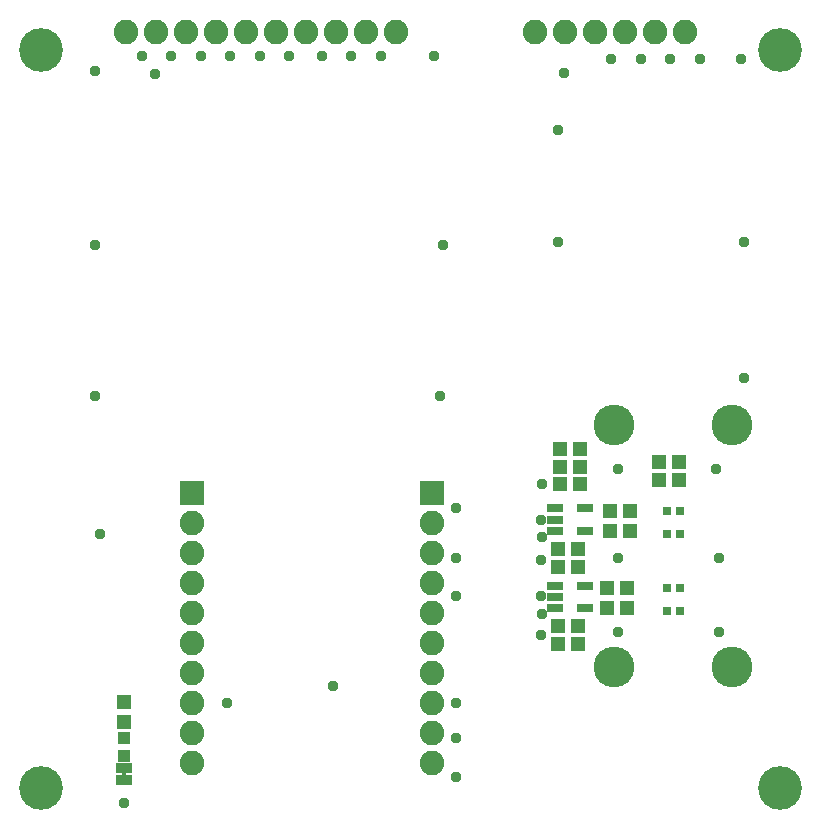
<source format=gbr>
G04 EAGLE Gerber RS-274X export*
G75*
%MOMM*%
%FSLAX34Y34*%
%LPD*%
%INSoldermask Top*%
%IPPOS*%
%AMOC8*
5,1,8,0,0,1.08239X$1,22.5*%
G01*
%ADD10C,3.703200*%
%ADD11C,3.453200*%
%ADD12R,1.203200X1.303200*%
%ADD13R,1.003200X1.003200*%
%ADD14R,1.473200X0.838200*%
%ADD15R,2.082800X2.082800*%
%ADD16C,2.082800*%
%ADD17R,0.803200X0.743200*%
%ADD18R,1.303200X1.203200*%
%ADD19R,1.403200X0.753200*%
%ADD20C,0.959600*%

G36*
X108835Y47472D02*
X108835Y47472D01*
X108901Y47474D01*
X108944Y47492D01*
X108991Y47500D01*
X109048Y47534D01*
X109108Y47559D01*
X109143Y47590D01*
X109184Y47615D01*
X109226Y47666D01*
X109274Y47710D01*
X109296Y47752D01*
X109325Y47789D01*
X109346Y47851D01*
X109377Y47910D01*
X109385Y47964D01*
X109397Y48001D01*
X109396Y48041D01*
X109404Y48095D01*
X109404Y51905D01*
X109393Y51970D01*
X109391Y52036D01*
X109373Y52079D01*
X109365Y52126D01*
X109331Y52183D01*
X109306Y52243D01*
X109275Y52278D01*
X109250Y52319D01*
X109199Y52361D01*
X109155Y52409D01*
X109113Y52431D01*
X109076Y52460D01*
X109014Y52481D01*
X108955Y52512D01*
X108901Y52520D01*
X108864Y52532D01*
X108824Y52531D01*
X108770Y52539D01*
X106230Y52539D01*
X106165Y52528D01*
X106099Y52526D01*
X106056Y52508D01*
X106009Y52500D01*
X105952Y52466D01*
X105892Y52441D01*
X105857Y52410D01*
X105816Y52385D01*
X105775Y52334D01*
X105726Y52290D01*
X105704Y52248D01*
X105675Y52211D01*
X105654Y52149D01*
X105623Y52090D01*
X105615Y52036D01*
X105603Y51999D01*
X105603Y51995D01*
X105603Y51994D01*
X105604Y51959D01*
X105596Y51905D01*
X105596Y48095D01*
X105607Y48030D01*
X105609Y47964D01*
X105627Y47921D01*
X105635Y47874D01*
X105669Y47817D01*
X105694Y47757D01*
X105725Y47722D01*
X105750Y47681D01*
X105801Y47640D01*
X105845Y47591D01*
X105887Y47569D01*
X105924Y47540D01*
X105986Y47519D01*
X106045Y47488D01*
X106099Y47480D01*
X106136Y47468D01*
X106176Y47469D01*
X106230Y47461D01*
X108770Y47461D01*
X108835Y47472D01*
G37*
D10*
X37500Y662500D03*
X662500Y662500D03*
X662500Y37500D03*
X37500Y37500D03*
D11*
X522500Y140000D03*
X622500Y140000D03*
X622500Y345000D03*
X522500Y345000D03*
D12*
X107500Y94000D03*
X107500Y111000D03*
D13*
X107500Y65000D03*
X107500Y80000D03*
D14*
X107500Y44920D03*
X107500Y55080D03*
D15*
X165000Y287500D03*
X368200Y287500D03*
D16*
X165000Y262100D03*
X368200Y262100D03*
X165000Y236700D03*
X368200Y236700D03*
X165000Y211300D03*
X368200Y211300D03*
X165000Y185900D03*
X368200Y185900D03*
X165000Y160500D03*
X368200Y160500D03*
X165000Y135100D03*
X368200Y135100D03*
X165000Y109700D03*
X368200Y109700D03*
X165000Y84300D03*
X368200Y84300D03*
X165000Y58900D03*
X368200Y58900D03*
X108900Y678000D03*
X134300Y678000D03*
X159700Y678000D03*
X185100Y678000D03*
X210500Y678000D03*
X235900Y678000D03*
X261300Y678000D03*
X286700Y678000D03*
X312100Y678000D03*
X337500Y678000D03*
X455500Y678000D03*
X480900Y678000D03*
X506300Y678000D03*
X531700Y678000D03*
X557100Y678000D03*
X582500Y678000D03*
D17*
X567250Y272150D03*
X567250Y252850D03*
X577750Y252850D03*
X577750Y272150D03*
D18*
X577500Y314000D03*
X560500Y314000D03*
X577500Y298500D03*
X560500Y298500D03*
D19*
X471999Y274500D03*
X471999Y265000D03*
X471999Y255500D03*
X498001Y255500D03*
X498001Y274500D03*
D18*
X536000Y272500D03*
X519000Y272500D03*
X536000Y255000D03*
X519000Y255000D03*
X476500Y295000D03*
X493500Y295000D03*
X493500Y310000D03*
X476500Y310000D03*
X476500Y325000D03*
X493500Y325000D03*
X492000Y225000D03*
X475000Y225000D03*
X492000Y240500D03*
X475000Y240500D03*
D17*
X567250Y207150D03*
X567250Y187850D03*
X577750Y187850D03*
X577750Y207150D03*
D19*
X471999Y209000D03*
X471999Y199500D03*
X471999Y190000D03*
X498001Y190000D03*
X498001Y209000D03*
D18*
X533500Y207500D03*
X516500Y207500D03*
X533500Y190000D03*
X516500Y190000D03*
X492000Y160000D03*
X475000Y160000D03*
X492000Y175000D03*
X475000Y175000D03*
D20*
X134000Y642500D03*
X480000Y643000D03*
X82500Y645000D03*
X107500Y25000D03*
X82500Y497500D03*
X82500Y370000D03*
X87500Y252500D03*
X632500Y385000D03*
X632500Y500000D03*
X630000Y655000D03*
X122500Y657500D03*
X147500Y657500D03*
X172500Y657500D03*
X197500Y657500D03*
X222500Y657500D03*
X247500Y657500D03*
X275000Y657500D03*
X300000Y657500D03*
X325000Y657500D03*
X388500Y232500D03*
X388500Y200000D03*
X388500Y110000D03*
X388500Y80000D03*
X388500Y47500D03*
X520000Y655000D03*
X545000Y655000D03*
X570000Y655000D03*
X595000Y655000D03*
X460500Y265000D03*
X460500Y200000D03*
X388500Y275000D03*
X460500Y230500D03*
X461000Y295000D03*
X526000Y307500D03*
X526000Y232500D03*
X460500Y167500D03*
X377500Y497500D03*
X375000Y370000D03*
X370000Y657500D03*
X475000Y500000D03*
X475000Y595000D03*
X526000Y170000D03*
X611000Y170000D03*
X611000Y232500D03*
X608500Y307500D03*
X195000Y110000D03*
X284500Y124500D03*
X461000Y250500D03*
X461000Y185000D03*
M02*

</source>
